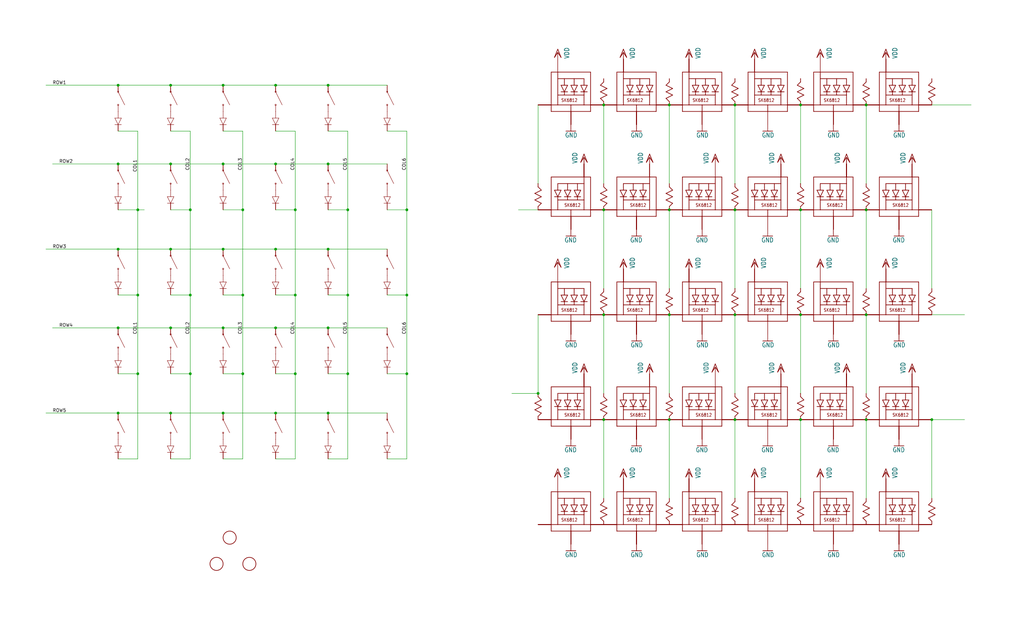
<source format=kicad_sch>
(kicad_sch (version 20230121) (generator eeschema)
  (paper "User" 396.392 240.919)
  (lib_symbols
    (symbol "working-eagle-import:FIDUCIAL")
    (symbol "working-eagle-import:GND" (power)
      (property "Value" "GND" (at -2.54 -2.54 0))
      (symbol "GND_1_0"
        (pin power_in line (at 0 2.54 270) (length 2.54) (name "GND") (number "1"))
      )
    )
    (symbol "working-eagle-import:KAILH_SOCKET_TILE"
      (symbol "KAILH_SOCKET_TILE_1_0"
        (text "SK6812" (at 3.81 -2.54 0) (effects (font (size 1.27 1.0795)) (justify right top)))
        (pin power_in line (at 5.08 12.7 270) (length 5.08) (name "VDD") (number "1-VDD"))
        (pin output line (at 12.7 -5.08 180) (length 5.08) (name "DO") (number "2-DOUT"))
        (pin power_in line (at 0 -12.7 90) (length 5.08) (name "GND") (number "3-GND"))
        (pin input line (at -12.7 -5.08 0) (length 5.08) (name "DI") (number "4-DIN"))
        (pin power_in line (at 5.08 12.7 270) (length 5.08) (name "VDD") (number "C+"))
        (pin power_in line (at 0 -12.7 90) (length 5.08) (name "GND") (number "C-"))
        (pin input line (at -12.7 -5.08 0) (length 5.08) (name "DI") (number "DIN"))
        (pin input line (at -12.7 -5.08 0) (length 5.08) (name "DI") (number "DIN1"))
        (pin input line (at -12.7 5.08 270) (length 0) (name "DI1") (number "DIN_C"))
        (pin input line (at -12.7 5.08 270) (length 0) (name "DI1") (number "DIN_C1"))
        (pin output line (at 12.7 -5.08 180) (length 5.08) (name "DO") (number "DOUT"))
        (pin output line (at 12.7 -5.08 180) (length 5.08) (name "DO") (number "DOUT1"))
        (pin power_in line (at 0 -12.7 90) (length 5.08) (name "GND") (number "GND1"))
        (pin power_in line (at 0 -12.7 90) (length 5.08) (name "GND") (number "GND2"))
        (pin power_in line (at 5.08 12.7 270) (length 5.08) (name "VDD") (number "VDD1"))
        (pin power_in line (at 5.08 12.7 270) (length 5.08) (name "VDD") (number "VDD2"))
      )
      (symbol "KAILH_SOCKET_TILE_2_0"
        (pin bidirectional line (at -5.08 0 0) (length 2.54) (name "SW_A") (number "A"))
        (pin bidirectional line (at -5.08 0 0) (length 2.54) (name "SW_A") (number "A1"))
        (pin bidirectional line (at -5.08 0 0) (length 2.54) (name "SW_A") (number "A2"))
        (pin bidirectional line (at 12.7 0 180) (length 2.54) (name "SW_C") (number "C"))
        (pin bidirectional line (at 12.7 0 180) (length 2.54) (name "SW_C") (number "C1"))
        (pin bidirectional line (at 12.7 0 180) (length 2.54) (name "SW_C") (number "C2"))
        (pin bidirectional line (at 5.08 0 90) (length 0) (name "DA") (number "D+"))
        (pin bidirectional line (at 5.08 0 90) (length 0) (name "DA") (number "DA"))
      )
    )
    (symbol "working-eagle-import:KAILH_SOCKET_TILE_REVERSE"
      (symbol "KAILH_SOCKET_TILE_REVERSE_1_0"
        (text "SK6812" (at 3.81 -2.54 0) (effects (font (size 1.27 1.0795)) (justify right top)))
        (pin power_in line (at 5.08 12.7 270) (length 5.08) (name "VDD") (number "1-VDD"))
        (pin output line (at 12.7 -5.08 180) (length 5.08) (name "DO") (number "2-DOUT"))
        (pin power_in line (at 0 -12.7 90) (length 5.08) (name "GND") (number "3-GND"))
        (pin input line (at -12.7 -5.08 0) (length 5.08) (name "DI") (number "4-DIN"))
        (pin power_in line (at 5.08 12.7 270) (length 5.08) (name "VDD") (number "C+"))
        (pin power_in line (at 0 -12.7 90) (length 5.08) (name "GND") (number "C-"))
        (pin input line (at -12.7 -5.08 0) (length 5.08) (name "DI") (number "DIN"))
        (pin input line (at -12.7 -5.08 0) (length 5.08) (name "DI") (number "DIN1"))
        (pin input line (at -12.7 5.08 270) (length 0) (name "DI1") (number "DIN_C"))
        (pin input line (at -12.7 5.08 270) (length 0) (name "DI1") (number "DIN_C1"))
        (pin output line (at 12.7 -5.08 180) (length 5.08) (name "DO") (number "DOUT"))
        (pin output line (at 12.7 -5.08 180) (length 5.08) (name "DO") (number "DOUT1"))
        (pin power_in line (at 0 -12.7 90) (length 5.08) (name "GND") (number "GND1"))
        (pin power_in line (at 0 -12.7 90) (length 5.08) (name "GND") (number "GND2"))
        (pin power_in line (at 5.08 12.7 270) (length 5.08) (name "VDD") (number "VDD1"))
        (pin power_in line (at 5.08 12.7 270) (length 5.08) (name "VDD") (number "VDD2"))
      )
      (symbol "KAILH_SOCKET_TILE_REVERSE_2_0"
        (pin bidirectional line (at -5.08 0 0) (length 2.54) (name "SW_A") (number "A"))
        (pin bidirectional line (at -5.08 0 0) (length 2.54) (name "SW_A") (number "A1"))
        (pin bidirectional line (at -5.08 0 0) (length 2.54) (name "SW_A") (number "A2"))
        (pin bidirectional line (at 12.7 0 180) (length 2.54) (name "SW_C") (number "C"))
        (pin bidirectional line (at 12.7 0 180) (length 2.54) (name "SW_C") (number "C1"))
        (pin bidirectional line (at 12.7 0 180) (length 2.54) (name "SW_C") (number "C2"))
        (pin bidirectional line (at 5.08 0 90) (length 0) (name "DA") (number "D+"))
        (pin bidirectional line (at 5.08 0 90) (length 0) (name "DA") (number "DA"))
      )
    )
    (symbol "working-eagle-import:VDD" (power)
      (property "Value" "VDD" (at -2.54 -2.54 90))
      (symbol "VDD_1_0"
        (pin power_in line (at 0 -2.54 90) (length 2.54) (name "VDD") (number "1"))
      )
    )
  )
  (junction (at 45.72 160.02))
  (junction (at 134.62 144.78))
  (junction (at 335.28 121.92))
  (junction (at 284.48 40.64))
  (junction (at 157.48 114.3))
  (junction (at 106.68 127))
  (junction (at 66.04 160.02))
  (junction (at 259.08 40.64))
  (junction (at 259.08 81.28))
  (junction (at 93.98 81.28))
  (junction (at 233.68 81.28))
  (junction (at 157.48 144.78))
  (junction (at 309.88 40.64))
  (junction (at 45.72 127))
  (junction (at 66.04 127))
  (junction (at 86.36 96.52))
  (junction (at 127 63.5))
  (junction (at 106.68 96.52))
  (junction (at 127 160.02))
  (junction (at 127 96.52))
  (junction (at 73.66 144.78))
  (junction (at 86.36 63.5))
  (junction (at 93.98 144.78))
  (junction (at 106.68 33.02))
  (junction (at 53.34 81.28))
  (junction (at 86.36 127))
  (junction (at 73.66 81.28))
  (junction (at 284.48 81.28))
  (junction (at 114.3 114.3))
  (junction (at 86.36 33.02))
  (junction (at 66.04 63.5))
  (junction (at 127 127))
  (junction (at 66.04 96.52))
  (junction (at 259.08 162.56))
  (junction (at 114.3 81.28))
  (junction (at 233.68 162.56))
  (junction (at 93.98 114.3))
  (junction (at 309.88 81.28))
  (junction (at 309.88 121.92))
  (junction (at 53.34 114.3))
  (junction (at 157.48 81.28))
  (junction (at 284.48 121.92))
  (junction (at 208.28 152.4))
  (junction (at 106.68 160.02))
  (junction (at 127 33.02))
  (junction (at 73.66 114.3))
  (junction (at 134.62 81.28))
  (junction (at 53.34 144.78))
  (junction (at 309.88 162.56))
  (junction (at 233.68 121.92))
  (junction (at 45.72 33.02))
  (junction (at 106.68 63.5))
  (junction (at 134.62 114.3))
  (junction (at 284.48 162.56))
  (junction (at 114.3 144.78))
  (junction (at 45.72 96.52))
  (junction (at 66.04 33.02))
  (junction (at 360.68 162.56))
  (junction (at 335.28 81.28))
  (junction (at 86.36 160.02))
  (junction (at 335.28 40.64))
  (junction (at 259.08 121.92))
  (junction (at 233.68 40.64))
  (junction (at 45.72 63.5))
  (junction (at 335.28 162.56))
  (wire (pts (xy 233.68 162.56) (xy 233.68 193.04)) (stroke (width 0.1524)))
  (wire (pts (xy 45.72 114.3) (xy 53.34 114.3)) (stroke (width 0.1524)))
  (wire (pts (xy 284.48 81.28) (xy 284.48 111.76)) (stroke (width 0.1524)))
  (wire (pts (xy 127 177.8) (xy 134.62 177.8)) (stroke (width 0.1524)))
  (wire (pts (xy 106.68 63.5) (xy 86.36 63.5)) (stroke (width 0.1524)))
  (wire (pts (xy 66.04 127) (xy 86.36 127)) (stroke (width 0.1524)))
  (wire (pts (xy 127 114.3) (xy 134.62 114.3)) (stroke (width 0.1524)))
  (wire (pts (xy 53.34 81.28) (xy 53.34 114.3)) (stroke (width 0.1524)))
  (wire (pts (xy 114.3 114.3) (xy 114.3 144.78)) (stroke (width 0.1524)))
  (wire (pts (xy 66.04 144.78) (xy 73.66 144.78)) (stroke (width 0.1524)))
  (wire (pts (xy 66.04 114.3) (xy 73.66 114.3)) (stroke (width 0.1524)))
  (wire (pts (xy 106.68 50.8) (xy 114.3 50.8)) (stroke (width 0.1524)))
  (wire (pts (xy 106.68 114.3) (xy 114.3 114.3)) (stroke (width 0.1524)))
  (wire (pts (xy 106.68 127) (xy 86.36 127)) (stroke (width 0.1524)))
  (wire (pts (xy 134.62 114.3) (xy 134.62 144.78)) (stroke (width 0.1524)))
  (wire (pts (xy 66.04 33.02) (xy 86.36 33.02)) (stroke (width 0.1524)))
  (wire (pts (xy 309.88 40.64) (xy 309.88 71.12)) (stroke (width 0.1524)))
  (wire (pts (xy 309.88 121.92) (xy 309.88 152.4)) (stroke (width 0.1524)))
  (wire (pts (xy 93.98 81.28) (xy 93.98 114.3)) (stroke (width 0.1524)))
  (wire (pts (xy 66.04 177.8) (xy 73.66 177.8)) (stroke (width 0.1524)))
  (wire (pts (xy 127 144.78) (xy 134.62 144.78)) (stroke (width 0.1524)))
  (wire (pts (xy 73.66 144.78) (xy 73.66 177.8)) (stroke (width 0.1524)))
  (wire (pts (xy 45.72 33.02) (xy 66.04 33.02)) (stroke (width 0.1524)))
  (wire (pts (xy 335.28 81.28) (xy 335.28 111.76)) (stroke (width 0.1524)))
  (wire (pts (xy 106.68 160.02) (xy 86.36 160.02)) (stroke (width 0.1524)))
  (wire (pts (xy 157.48 144.78) (xy 157.48 177.8)) (stroke (width 0.1524)))
  (wire (pts (xy 66.04 63.5) (xy 86.36 63.5)) (stroke (width 0.1524)))
  (wire (pts (xy 259.08 162.56) (xy 259.08 193.04)) (stroke (width 0.1524)))
  (wire (pts (xy 45.72 96.52) (xy 17.78 96.52)) (stroke (width 0.1524)))
  (wire (pts (xy 106.68 96.52) (xy 86.36 96.52)) (stroke (width 0.1524)))
  (wire (pts (xy 149.86 177.8) (xy 157.48 177.8)) (stroke (width 0.1524)))
  (wire (pts (xy 127 50.8) (xy 134.62 50.8)) (stroke (width 0.1524)))
  (wire (pts (xy 149.86 50.8) (xy 157.48 50.8)) (stroke (width 0.1524)))
  (wire (pts (xy 127 96.52) (xy 149.86 96.52)) (stroke (width 0.1524)))
  (wire (pts (xy 45.72 160.02) (xy 66.04 160.02)) (stroke (width 0.1524)))
  (wire (pts (xy 114.3 50.8) (xy 114.3 81.28)) (stroke (width 0.1524)))
  (wire (pts (xy 106.68 81.28) (xy 114.3 81.28)) (stroke (width 0.1524)))
  (wire (pts (xy 335.28 162.56) (xy 335.28 193.04)) (stroke (width 0.1524)))
  (wire (pts (xy 73.66 50.8) (xy 73.66 81.28)) (stroke (width 0.1524)))
  (wire (pts (xy 106.68 33.02) (xy 86.36 33.02)) (stroke (width 0.1524)))
  (wire (pts (xy 208.28 121.92) (xy 208.28 152.4)) (stroke (width 0.1524)))
  (wire (pts (xy 86.36 114.3) (xy 93.98 114.3)) (stroke (width 0.1524)))
  (wire (pts (xy 259.08 121.92) (xy 259.08 152.4)) (stroke (width 0.1524)))
  (wire (pts (xy 73.66 114.3) (xy 73.66 144.78)) (stroke (width 0.1524)))
  (wire (pts (xy 134.62 81.28) (xy 134.62 114.3)) (stroke (width 0.1524)))
  (wire (pts (xy 284.48 121.92) (xy 284.48 152.4)) (stroke (width 0.1524)))
  (wire (pts (xy 45.72 127) (xy 20.32 127)) (stroke (width 0.1524)))
  (wire (pts (xy 149.86 63.5) (xy 127 63.5)) (stroke (width 0.1524)))
  (wire (pts (xy 127 81.28) (xy 134.62 81.28)) (stroke (width 0.1524)))
  (wire (pts (xy 114.3 81.28) (xy 114.3 114.3)) (stroke (width 0.1524)))
  (wire (pts (xy 93.98 114.3) (xy 93.98 144.78)) (stroke (width 0.1524)))
  (wire (pts (xy 360.68 81.28) (xy 360.68 111.76)) (stroke (width 0.1524)))
  (wire (pts (xy 127 127) (xy 106.68 127)) (stroke (width 0.1524)))
  (wire (pts (xy 149.86 81.28) (xy 157.48 81.28)) (stroke (width 0.1524)))
  (wire (pts (xy 149.86 114.3) (xy 157.48 114.3)) (stroke (width 0.1524)))
  (wire (pts (xy 233.68 121.92) (xy 233.68 152.4)) (stroke (width 0.1524)))
  (wire (pts (xy 66.04 63.5) (xy 45.72 63.5)) (stroke (width 0.1524)))
  (wire (pts (xy 93.98 144.78) (xy 93.98 177.8)) (stroke (width 0.1524)))
  (wire (pts (xy 233.68 111.76) (xy 233.68 81.28)) (stroke (width 0.1524)))
  (wire (pts (xy 259.08 40.64) (xy 259.08 71.12)) (stroke (width 0.1524)))
  (wire (pts (xy 53.34 50.8) (xy 53.34 81.28)) (stroke (width 0.1524)))
  (wire (pts (xy 149.86 127) (xy 127 127)) (stroke (width 0.1524)))
  (wire (pts (xy 335.28 40.64) (xy 335.28 71.12)) (stroke (width 0.1524)))
  (wire (pts (xy 86.36 81.28) (xy 93.98 81.28)) (stroke (width 0.1524)))
  (wire (pts (xy 66.04 160.02) (xy 86.36 160.02)) (stroke (width 0.1524)))
  (wire (pts (xy 114.3 144.78) (xy 114.3 177.8)) (stroke (width 0.1524)))
  (wire (pts (xy 86.36 144.78) (xy 93.98 144.78)) (stroke (width 0.1524)))
  (wire (pts (xy 45.72 63.5) (xy 20.32 63.5)) (stroke (width 0.1524)))
  (wire (pts (xy 149.86 144.78) (xy 157.48 144.78)) (stroke (width 0.1524)))
  (wire (pts (xy 208.28 152.4) (xy 198.12 152.4)) (stroke (width 0.1524)))
  (wire (pts (xy 53.34 144.78) (xy 53.34 177.8)) (stroke (width 0.1524)))
  (wire (pts (xy 106.68 33.02) (xy 127 33.02)) (stroke (width 0.1524)))
  (wire (pts (xy 127 160.02) (xy 149.86 160.02)) (stroke (width 0.1524)))
  (wire (pts (xy 284.48 193.04) (xy 284.48 162.56)) (stroke (width 0.1524)))
  (wire (pts (xy 73.66 114.3) (xy 73.66 81.28)) (stroke (width 0.1524)))
  (wire (pts (xy 360.68 162.56) (xy 373.38 162.56)) (stroke (width 0.1524)))
  (wire (pts (xy 45.72 81.28) (xy 53.34 81.28)) (stroke (width 0.1524)))
  (wire (pts (xy 106.68 144.78) (xy 114.3 144.78)) (stroke (width 0.1524)))
  (wire (pts (xy 45.72 33.02) (xy 17.78 33.02)) (stroke (width 0.1524)))
  (wire (pts (xy 66.04 81.28) (xy 73.66 81.28)) (stroke (width 0.1524)))
  (wire (pts (xy 335.28 121.92) (xy 335.28 152.4)) (stroke (width 0.1524)))
  (wire (pts (xy 45.72 160.02) (xy 17.78 160.02)) (stroke (width 0.1524)))
  (wire (pts (xy 309.88 162.56) (xy 309.88 193.04)) (stroke (width 0.1524)))
  (wire (pts (xy 53.34 114.3) (xy 53.34 144.78)) (stroke (width 0.1524)))
  (wire (pts (xy 106.68 160.02) (xy 127 160.02)) (stroke (width 0.1524)))
  (wire (pts (xy 66.04 96.52) (xy 86.36 96.52)) (stroke (width 0.1524)))
  (wire (pts (xy 134.62 50.8) (xy 134.62 81.28)) (stroke (width 0.1524)))
  (wire (pts (xy 127 33.02) (xy 149.86 33.02)) (stroke (width 0.1524)))
  (wire (pts (xy 45.72 50.8) (xy 53.34 50.8)) (stroke (width 0.1524)))
  (wire (pts (xy 233.68 40.64) (xy 233.68 71.12)) (stroke (width 0.1524)))
  (wire (pts (xy 93.98 50.8) (xy 93.98 81.28)) (stroke (width 0.1524)))
  (wire (pts (xy 157.48 114.3) (xy 157.48 144.78)) (stroke (width 0.1524)))
  (wire (pts (xy 86.36 177.8) (xy 93.98 177.8)) (stroke (width 0.1524)))
  (wire (pts (xy 360.68 40.64) (xy 375.92 40.64)) (stroke (width 0.1524)))
  (wire (pts (xy 360.68 121.92) (xy 373.38 121.92)) (stroke (width 0.1524)))
  (wire (pts (xy 53.34 81.28) (xy 55.88 81.28)) (stroke (width 0.1524)))
  (wire (pts (xy 45.72 144.78) (xy 53.34 144.78)) (stroke (width 0.1524)))
  (wire (pts (xy 86.36 50.8) (xy 93.98 50.8)) (stroke (width 0.1524)))
  (wire (pts (xy 309.88 81.28) (xy 309.88 111.76)) (stroke (width 0.1524)))
  (wire (pts (xy 259.08 81.28) (xy 259.08 111.76)) (stroke (width 0.1524)))
  (wire (pts (xy 208.28 40.64) (xy 208.28 71.12)) (stroke (width 0.1524)))
  (wire (pts (xy 127 96.52) (xy 106.68 96.52)) (stroke (width 0.1524)))
  (wire (pts (xy 284.48 40.64) (xy 284.48 71.12)) (stroke (width 0.1524)))
  (wire (pts (xy 45.72 96.52) (xy 66.04 96.52)) (stroke (width 0.1524)))
  (wire (pts (xy 127 63.5) (xy 106.68 63.5)) (stroke (width 0.1524)))
  (wire (pts (xy 66.04 50.8) (xy 73.66 50.8)) (stroke (width 0.1524)))
  (wire (pts (xy 106.68 177.8) (xy 114.3 177.8)) (stroke (width 0.1524)))
  (wire (pts (xy 360.68 193.04) (xy 360.68 162.56)) (stroke (width 0.1524)))
  (wire (pts (xy 134.62 144.78) (xy 134.62 177.8)) (stroke (width 0.1524)))
  (wire (pts (xy 157.48 81.28) (xy 157.48 114.3)) (stroke (width 0.1524)))
  (wire (pts (xy 45.72 177.8) (xy 53.34 177.8)) (stroke (width 0.1524)))
  (wire (pts (xy 208.28 81.28) (xy 200.66 81.28)) (stroke (width 0.1524)))
  (wire (pts (xy 157.48 50.8) (xy 157.48 81.28)) (stroke (width 0.1524)))
  (wire (pts (xy 66.04 127) (xy 45.72 127)) (stroke (width 0.1524)))
  (label "COL5" (at 134.62 129.54 90) (effects (font (size 1.2446 1.2446))))
  (label "COL3" (at 93.98 129.54 90) (effects (font (size 1.2446 1.2446))))
  (label "COL2" (at 73.66 66.04 90) (effects (font (size 1.2446 1.2446))))
  (label "COL5" (at 134.62 66.04 90) (effects (font (size 1.2446 1.2446))))
  (label "ROW2" (at 22.86 63.5 0) (effects (font (size 1.2446 1.2446))))
  (label "COL2" (at 73.66 129.54 90) (effects (font (size 1.2446 1.2446))))
  (label "COL6" (at 157.48 129.54 90) (effects (font (size 1.2446 1.2446))))
  (label "COL3" (at 93.98 66.04 90) (effects (font (size 1.2446 1.2446))))
  (label "ROW4" (at 22.86 127 0) (effects (font (size 1.2446 1.2446))))
  (label "COL4" (at 114.3 129.54 90) (effects (font (size 1.2446 1.2446))))
  (label "COL6" (at 157.48 66.04 90) (effects (font (size 1.2446 1.2446))))
  (label "ROW5" (at 20.32 160.02 0) (effects (font (size 1.2446 1.2446))))
  (label "COL4" (at 114.3 66.04 90) (effects (font (size 1.2446 1.2446))))
  (label "ROW1" (at 20.32 33.02 0) (effects (font (size 1.2446 1.2446))))
  (label "ROW3" (at 20.32 96.52 0) (effects (font (size 1.2446 1.2446))))
  (label "COL1" (at 53.34 66.675 90) (effects (font (size 1.2446 1.2446))))
  (label "COL1" (at 53.34 129.54 90) (effects (font (size 1.2446 1.2446))))
  (symbol (lib_id "working-eagle-import:KAILH_SOCKET_TILE") (at 347.98 116.84 0) (mirror y) (unit 1)
    (property "Reference" "X18" (effects hide))
    (property "Value" "KAILH_SOCKET_TILE" (effects hide))
    (property "Footprint" "working:KAILH_SOCKET_TILE" (effects hide))
  )
  (symbol (lib_id "working-eagle-import:KAILH_SOCKET_TILE_REVERSE") (at 246.38 76.2 0) (unit 1)
    (property "Reference" "X8" (effects hide))
    (property "Value" "KAILH_SOCKET_TILE_REVERSE" (effects hide))
    (property "Footprint" "working:KAILH_SOCKET_TILE_REV" (effects hide))
  )
  (symbol (lib_id "working-eagle-import:GND") (at 246.38 172.72 0) (unit 1)
    (property "Reference" "#GND20" (effects hide))
    (property "Value" "GND" (at 243.84 175.26 0) (effects (font (size 1.778 1.5113)) (justify left bottom)))
  )
  (symbol (lib_id "working-eagle-import:GND") (at 322.58 172.72 0) (unit 1)
    (property "Reference" "#GND23" (effects hide))
    (property "Value" "GND" (at 320.04 175.26 0) (effects (font (size 1.778 1.5113)) (justify left bottom)))
  )
  (symbol (lib_id "working-eagle-import:KAILH_SOCKET_TILE") (at 297.18 116.84 0) (mirror y) (unit 1)
    (property "Reference" "X16" (effects hide))
    (property "Value" "KAILH_SOCKET_TILE" (effects hide))
    (property "Footprint" "working:KAILH_SOCKET_TILE" (effects hide))
  )
  (symbol (lib_id "working-eagle-import:GND") (at 220.98 213.36 0) (mirror y) (unit 1)
    (property "Reference" "#GND25" (effects hide))
    (property "Value" "GND" (at 223.52 215.9 0) (effects (font (size 1.778 1.5113)) (justify left bottom)))
  )
  (symbol (lib_id "working-eagle-import:KAILH_SOCKET_TILE") (at 127 101.6 270) (unit 2)
    (property "Reference" "X17" (effects hide))
    (property "Value" "KAILH_SOCKET_TILE" (effects hide))
    (property "Footprint" "working:KAILH_SOCKET_TILE" (effects hide))
  )
  (symbol (lib_id "working-eagle-import:KAILH_SOCKET_TILE_REVERSE") (at 106.68 132.08 270) (unit 2)
    (property "Reference" "X22" (effects hide))
    (property "Value" "KAILH_SOCKET_TILE_REVERSE" (effects hide))
    (property "Footprint" "working:KAILH_SOCKET_TILE_REV" (effects hide))
  )
  (symbol (lib_id "working-eagle-import:KAILH_SOCKET_TILE") (at 149.86 38.1 270) (unit 2)
    (property "Reference" "X6" (effects hide))
    (property "Value" "KAILH_SOCKET_TILE" (effects hide))
    (property "Footprint" "working:KAILH_SOCKET_TILE" (effects hide))
  )
  (symbol (lib_id "working-eagle-import:KAILH_SOCKET_TILE") (at 220.98 198.12 0) (mirror y) (unit 1)
    (property "Reference" "X25" (effects hide))
    (property "Value" "KAILH_SOCKET_TILE" (effects hide))
    (property "Footprint" "working:KAILH_SOCKET_TILE" (effects hide))
  )
  (symbol (lib_id "working-eagle-import:KAILH_SOCKET_TILE_REVERSE") (at 297.18 76.2 0) (unit 1)
    (property "Reference" "X10" (effects hide))
    (property "Value" "KAILH_SOCKET_TILE_REVERSE" (effects hide))
    (property "Footprint" "working:KAILH_SOCKET_TILE_REV" (effects hide))
  )
  (symbol (lib_id "working-eagle-import:VDD") (at 276.86 60.96 0) (unit 1)
    (property "Reference" "#VDD9" (effects hide))
    (property "Value" "VDD" (at 274.32 63.5 90) (effects (font (size 1.778 1.5113)) (justify left bottom)))
  )
  (symbol (lib_id "working-eagle-import:KAILH_SOCKET_TILE") (at 246.38 198.12 0) (mirror y) (unit 1)
    (property "Reference" "X26" (effects hide))
    (property "Value" "KAILH_SOCKET_TILE" (effects hide))
    (property "Footprint" "working:KAILH_SOCKET_TILE" (effects hide))
  )
  (symbol (lib_id "working-eagle-import:KAILH_SOCKET_TILE") (at 149.86 165.1 270) (unit 2)
    (property "Reference" "X30" (effects hide))
    (property "Value" "KAILH_SOCKET_TILE" (effects hide))
    (property "Footprint" "working:KAILH_SOCKET_TILE" (effects hide))
  )
  (symbol (lib_id "working-eagle-import:VDD") (at 302.26 142.24 0) (unit 1)
    (property "Reference" "#VDD22" (effects hide))
    (property "Value" "VDD" (at 299.72 144.78 90) (effects (font (size 1.778 1.5113)) (justify left bottom)))
  )
  (symbol (lib_id "working-eagle-import:KAILH_SOCKET_TILE") (at 246.38 35.56 0) (mirror y) (unit 1)
    (property "Reference" "X2" (effects hide))
    (property "Value" "KAILH_SOCKET_TILE" (effects hide))
    (property "Footprint" "working:KAILH_SOCKET_TILE" (effects hide))
  )
  (symbol (lib_id "working-eagle-import:GND") (at 297.18 50.8 0) (mirror y) (unit 1)
    (property "Reference" "#GND4" (effects hide))
    (property "Value" "GND" (at 299.72 53.34 0) (effects (font (size 1.778 1.5113)) (justify left bottom)))
  )
  (symbol (lib_id "working-eagle-import:VDD") (at 327.66 60.96 0) (unit 1)
    (property "Reference" "#VDD11" (effects hide))
    (property "Value" "VDD" (at 325.12 63.5 90) (effects (font (size 1.778 1.5113)) (justify left bottom)))
  )
  (symbol (lib_id "working-eagle-import:GND") (at 271.78 213.36 0) (mirror y) (unit 1)
    (property "Reference" "#GND27" (effects hide))
    (property "Value" "GND" (at 274.32 215.9 0) (effects (font (size 1.778 1.5113)) (justify left bottom)))
  )
  (symbol (lib_id "working-eagle-import:GND") (at 220.98 132.08 0) (mirror y) (unit 1)
    (property "Reference" "#GND13" (effects hide))
    (property "Value" "GND" (at 223.52 134.62 0) (effects (font (size 1.778 1.5113)) (justify left bottom)))
  )
  (symbol (lib_id "working-eagle-import:KAILH_SOCKET_TILE_REVERSE") (at 86.36 132.08 270) (unit 2)
    (property "Reference" "X21" (effects hide))
    (property "Value" "KAILH_SOCKET_TILE_REVERSE" (effects hide))
    (property "Footprint" "working:KAILH_SOCKET_TILE_REV" (effects hide))
  )
  (symbol (lib_id "working-eagle-import:VDD") (at 342.9 101.6 0) (mirror y) (unit 1)
    (property "Reference" "#VDD18" (effects hide))
    (property "Value" "VDD" (at 345.44 104.14 90) (effects (font (size 1.778 1.5113)) (justify left bottom)))
  )
  (symbol (lib_id "working-eagle-import:KAILH_SOCKET_TILE_REVERSE") (at 347.98 157.48 0) (unit 1)
    (property "Reference" "X24" (effects hide))
    (property "Value" "KAILH_SOCKET_TILE_REVERSE" (effects hide))
    (property "Footprint" "working:KAILH_SOCKET_TILE_REV" (effects hide))
  )
  (symbol (lib_id "working-eagle-import:KAILH_SOCKET_TILE_REVERSE") (at 149.86 132.08 270) (unit 2)
    (property "Reference" "X24" (effects hide))
    (property "Value" "KAILH_SOCKET_TILE_REVERSE" (effects hide))
    (property "Footprint" "working:KAILH_SOCKET_TILE_REV" (effects hide))
  )
  (symbol (lib_id "working-eagle-import:GND") (at 246.38 213.36 0) (mirror y) (unit 1)
    (property "Reference" "#GND26" (effects hide))
    (property "Value" "GND" (at 248.92 215.9 0) (effects (font (size 1.778 1.5113)) (justify left bottom)))
  )
  (symbol (lib_id "working-eagle-import:VDD") (at 266.7 101.6 0) (mirror y) (unit 1)
    (property "Reference" "#VDD15" (effects hide))
    (property "Value" "VDD" (at 269.24 104.14 90) (effects (font (size 1.778 1.5113)) (justify left bottom)))
  )
  (symbol (lib_id "working-eagle-import:GND") (at 246.38 50.8 0) (mirror y) (unit 1)
    (property "Reference" "#GND2" (effects hide))
    (property "Value" "GND" (at 248.92 53.34 0) (effects (font (size 1.778 1.5113)) (justify left bottom)))
  )
  (symbol (lib_id "working-eagle-import:GND") (at 220.98 50.8 0) (mirror y) (unit 1)
    (property "Reference" "#GND1" (effects hide))
    (property "Value" "GND" (at 223.52 53.34 0) (effects (font (size 1.778 1.5113)) (justify left bottom)))
  )
  (symbol (lib_id "working-eagle-import:GND") (at 297.18 132.08 0) (mirror y) (unit 1)
    (property "Reference" "#GND16" (effects hide))
    (property "Value" "GND" (at 299.72 134.62 0) (effects (font (size 1.778 1.5113)) (justify left bottom)))
  )
  (symbol (lib_id "working-eagle-import:VDD") (at 251.46 60.96 0) (unit 1)
    (property "Reference" "#VDD8" (effects hide))
    (property "Value" "VDD" (at 248.92 63.5 90) (effects (font (size 1.778 1.5113)) (justify left bottom)))
  )
  (symbol (lib_id "working-eagle-import:GND") (at 220.98 172.72 0) (unit 1)
    (property "Reference" "#GND19" (effects hide))
    (property "Value" "GND" (at 218.44 175.26 0) (effects (font (size 1.778 1.5113)) (justify left bottom)))
  )
  (symbol (lib_id "working-eagle-import:KAILH_SOCKET_TILE") (at 127 165.1 270) (unit 2)
    (property "Reference" "X29" (effects hide))
    (property "Value" "KAILH_SOCKET_TILE" (effects hide))
    (property "Footprint" "working:KAILH_SOCKET_TILE" (effects hide))
  )
  (symbol (lib_id "working-eagle-import:FIDUCIAL") (at 83.82 218.44 0) (unit 1)
    (property "Reference" "U$1" (effects hide))
    (property "Value" "FIDUCIAL" (effects hide))
    (property "Footprint" "working:FIDUCIAL_1MM" (effects hide))
  )
  (symbol (lib_id "working-eagle-import:KAILH_SOCKET_TILE") (at 297.18 198.12 0) (mirror y) (unit 1)
    (property "Reference" "X28" (effects hide))
    (property "Value" "KAILH_SOCKET_TILE" (effects hide))
    (property "Footprint" "working:KAILH_SOCKET_TILE" (effects hide))
  )
  (symbol (lib_id "working-eagle-import:KAILH_SOCKET_TILE_REVERSE") (at 66.04 132.08 270) (unit 2)
    (property "Reference" "X20" (effects hide))
    (property "Value" "KAILH_SOCKET_TILE_REVERSE" (effects hide))
    (property "Footprint" "working:KAILH_SOCKET_TILE_REV" (effects hide))
  )
  (symbol (lib_id "working-eagle-import:VDD") (at 292.1 101.6 0) (mirror y) (unit 1)
    (property "Reference" "#VDD16" (effects hide))
    (property "Value" "VDD" (at 294.64 104.14 90) (effects (font (size 1.778 1.5113)) (justify left bottom)))
  )
  (symbol (lib_id "working-eagle-import:KAILH_SOCKET_TILE") (at 45.72 165.1 270) (unit 2)
    (property "Reference" "X25" (effects hide))
    (property "Value" "KAILH_SOCKET_TILE" (effects hide))
    (property "Footprint" "working:KAILH_SOCKET_TILE" (effects hide))
  )
  (symbol (lib_id "working-eagle-import:FIDUCIAL") (at 96.52 218.44 0) (unit 1)
    (property "Reference" "U$2" (effects hide))
    (property "Value" "FIDUCIAL" (effects hide))
    (property "Footprint" "working:FIDUCIAL_1MM" (effects hide))
  )
  (symbol (lib_id "working-eagle-import:GND") (at 271.78 132.08 0) (mirror y) (unit 1)
    (property "Reference" "#GND15" (effects hide))
    (property "Value" "GND" (at 274.32 134.62 0) (effects (font (size 1.778 1.5113)) (justify left bottom)))
  )
  (symbol (lib_id "working-eagle-import:KAILH_SOCKET_TILE_REVERSE") (at 347.98 76.2 0) (unit 1)
    (property "Reference" "X12" (effects hide))
    (property "Value" "KAILH_SOCKET_TILE_REVERSE" (effects hide))
    (property "Footprint" "working:KAILH_SOCKET_TILE_REV" (effects hide))
  )
  (symbol (lib_id "working-eagle-import:VDD") (at 292.1 20.32 0) (mirror y) (unit 1)
    (property "Reference" "#VDD4" (effects hide))
    (property "Value" "VDD" (at 294.64 22.86 90) (effects (font (size 1.778 1.5113)) (justify left bottom)))
  )
  (symbol (lib_id "working-eagle-import:KAILH_SOCKET_TILE") (at 347.98 198.12 0) (mirror y) (unit 1)
    (property "Reference" "X30" (effects hide))
    (property "Value" "KAILH_SOCKET_TILE" (effects hide))
    (property "Footprint" "working:KAILH_SOCKET_TILE" (effects hide))
  )
  (symbol (lib_id "working-eagle-import:KAILH_SOCKET_TILE") (at 347.98 35.56 0) (mirror y) (unit 1)
    (property "Reference" "X6" (effects hide))
    (property "Value" "KAILH_SOCKET_TILE" (effects hide))
    (property "Footprint" "working:KAILH_SOCKET_TILE" (effects hide))
  )
  (symbol (lib_id "working-eagle-import:GND") (at 347.98 91.44 0) (unit 1)
    (property "Reference" "#GND12" (effects hide))
    (property "Value" "GND" (at 345.44 93.98 0) (effects (font (size 1.778 1.5113)) (justify left bottom)))
  )
  (symbol (lib_id "working-eagle-import:KAILH_SOCKET_TILE") (at 220.98 35.56 0) (mirror y) (unit 1)
    (property "Reference" "X1" (effects hide))
    (property "Value" "KAILH_SOCKET_TILE" (effects hide))
    (property "Footprint" "working:KAILH_SOCKET_TILE" (effects hide))
  )
  (symbol (lib_id "working-eagle-import:VDD") (at 226.06 142.24 0) (unit 1)
    (property "Reference" "#VDD19" (effects hide))
    (property "Value" "VDD" (at 223.52 144.78 90) (effects (font (size 1.778 1.5113)) (justify left bottom)))
  )
  (symbol (lib_id "working-eagle-import:KAILH_SOCKET_TILE") (at 86.36 38.1 270) (unit 2)
    (property "Reference" "X3" (effects hide))
    (property "Value" "KAILH_SOCKET_TILE" (effects hide))
    (property "Footprint" "working:KAILH_SOCKET_TILE" (effects hide))
  )
  (symbol (lib_id "working-eagle-import:KAILH_SOCKET_TILE_REVERSE") (at 149.86 68.58 270) (unit 2)
    (property "Reference" "X12" (effects hide))
    (property "Value" "KAILH_SOCKET_TILE_REVERSE" (effects hide))
    (property "Footprint" "working:KAILH_SOCKET_TILE_REV" (effects hide))
  )
  (symbol (lib_id "working-eagle-import:KAILH_SOCKET_TILE_REVERSE") (at 271.78 157.48 0) (unit 1)
    (property "Reference" "X21" (effects hide))
    (property "Value" "KAILH_SOCKET_TILE_REVERSE" (effects hide))
    (property "Footprint" "working:KAILH_SOCKET_TILE_REV" (effects hide))
  )
  (symbol (lib_id "working-eagle-import:VDD") (at 317.5 182.88 0) (mirror y) (unit 1)
    (property "Reference" "#VDD29" (effects hide))
    (property "Value" "VDD" (at 320.04 185.42 90) (effects (font (size 1.778 1.5113)) (justify left bottom)))
  )
  (symbol (lib_id "working-eagle-import:KAILH_SOCKET_TILE") (at 322.58 35.56 0) (mirror y) (unit 1)
    (property "Reference" "X5" (effects hide))
    (property "Value" "KAILH_SOCKET_TILE" (effects hide))
    (property "Footprint" "working:KAILH_SOCKET_TILE" (effects hide))
  )
  (symbol (lib_id "working-eagle-import:KAILH_SOCKET_TILE") (at 271.78 198.12 0) (mirror y) (unit 1)
    (property "Reference" "X27" (effects hide))
    (property "Value" "KAILH_SOCKET_TILE" (effects hide))
    (property "Footprint" "working:KAILH_SOCKET_TILE" (effects hide))
  )
  (symbol (lib_id "working-eagle-import:KAILH_SOCKET_TILE_REVERSE") (at 220.98 157.48 0) (unit 1)
    (property "Reference" "X19" (effects hide))
    (property "Value" "KAILH_SOCKET_TILE_REVERSE" (effects hide))
    (property "Footprint" "working:KAILH_SOCKET_TILE_REV" (effects hide))
  )
  (symbol (lib_id "working-eagle-import:KAILH_SOCKET_TILE_REVERSE") (at 106.68 68.58 270) (unit 2)
    (property "Reference" "X10" (effects hide))
    (property "Value" "KAILH_SOCKET_TILE_REVERSE" (effects hide))
    (property "Footprint" "working:KAILH_SOCKET_TILE_REV" (effects hide))
  )
  (symbol (lib_id "working-eagle-import:FIDUCIAL") (at 88.9 208.28 0) (unit 1)
    (property "Reference" "U$3" (effects hide))
    (property "Value" "FIDUCIAL" (effects hide))
    (property "Footprint" "working:FIDUCIAL_1MM" (effects hide))
  )
  (symbol (lib_id "working-eagle-import:VDD") (at 276.86 142.24 0) (unit 1)
    (property "Reference" "#VDD21" (effects hide))
    (property "Value" "VDD" (at 274.32 144.78 90) (effects (font (size 1.778 1.5113)) (justify left bottom)))
  )
  (symbol (lib_id "working-eagle-import:KAILH_SOCKET_TILE") (at 106.68 165.1 270) (unit 2)
    (property "Reference" "X28" (effects hide))
    (property "Value" "KAILH_SOCKET_TILE" (effects hide))
    (property "Footprint" "working:KAILH_SOCKET_TILE" (effects hide))
  )
  (symbol (lib_id "working-eagle-import:KAILH_SOCKET_TILE") (at 271.78 116.84 0) (mirror y) (unit 1)
    (property "Reference" "X15" (effects hide))
    (property "Value" "KAILH_SOCKET_TILE" (effects hide))
    (property "Footprint" "working:KAILH_SOCKET_TILE" (effects hide))
  )
  (symbol (lib_id "working-eagle-import:KAILH_SOCKET_TILE_REVERSE") (at 297.18 157.48 0) (unit 1)
    (property "Reference" "X22" (effects hide))
    (property "Value" "KAILH_SOCKET_TILE_REVERSE" (effects hide))
    (property "Footprint" "working:KAILH_SOCKET_TILE_REV" (effects hide))
  )
  (symbol (lib_id "working-eagle-import:KAILH_SOCKET_TILE") (at 149.86 101.6 270) (unit 2)
    (property "Reference" "X18" (effects hide))
    (property "Value" "KAILH_SOCKET_TILE" (effects hide))
    (property "Footprint" "working:KAILH_SOCKET_TILE" (effects hide))
  )
  (symbol (lib_id "working-eagle-import:KAILH_SOCKET_TILE_REVERSE") (at 66.04 68.58 270) (unit 2)
    (property "Reference" "X8" (effects hide))
    (property "Value" "KAILH_SOCKET_TILE_REVERSE" (effects hide))
    (property "Footprint" "working:KAILH_SOCKET_TILE_REV" (effects hide))
  )
  (symbol (lib_id "working-eagle-import:GND") (at 322.58 50.8 0) (mirror y) (unit 1)
    (property "Reference" "#GND5" (effects hide))
    (property "Value" "GND" (at 325.12 53.34 0) (effects (font (size 1.778 1.5113)) (justify left bottom)))
  )
  (symbol (lib_id "working-eagle-import:KAILH_SOCKET_TILE_REVERSE") (at 322.58 76.2 0) (unit 1)
    (property "Reference" "X11" (effects hide))
    (property "Value" "KAILH_SOCKET_TILE_REVERSE" (effects hide))
    (property "Footprint" "working:KAILH_SOCKET_TILE_REV" (effects hide))
  )
  (symbol (lib_id "working-eagle-import:VDD") (at 226.06 60.96 0) (unit 1)
    (property "Reference" "#VDD7" (effects hide))
    (property "Value" "VDD" (at 223.52 63.5 90) (effects (font (size 1.778 1.5113)) (justify left bottom)))
  )
  (symbol (lib_id "working-eagle-import:KAILH_SOCKET_TILE") (at 322.58 198.12 0) (mirror y) (unit 1)
    (property "Reference" "X29" (effects hide))
    (property "Value" "KAILH_SOCKET_TILE" (effects hide))
    (property "Footprint" "working:KAILH_SOCKET_TILE" (effects hide))
  )
  (symbol (lib_id "working-eagle-import:KAILH_SOCKET_TILE") (at 66.04 165.1 270) (unit 2)
    (property "Reference" "X26" (effects hide))
    (property "Value" "KAILH_SOCKET_TILE" (effects hide))
    (property "Footprint" "working:KAILH_SOCKET_TILE" (effects hide))
  )
  (symbol (lib_id "working-eagle-import:VDD") (at 302.26 60.96 0) (unit 1)
    (property "Reference" "#VDD10" (effects hide))
    (property "Value" "VDD" (at 299.72 63.5 90) (effects (font (size 1.778 1.5113)) (justify left bottom)))
  )
  (symbol (lib_id "working-eagle-import:KAILH_SOCKET_TILE_REVERSE") (at 127 68.58 270) (unit 2)
    (property "Reference" "X11" (effects hide))
    (property "Value" "KAILH_SOCKET_TILE_REVERSE" (effects hide))
    (property "Footprint" "working:KAILH_SOCKET_TILE_REV" (effects hide))
  )
  (symbol (lib_id "working-eagle-import:VDD") (at 215.9 182.88 0) (mirror y) (unit 1)
    (property "Reference" "#VDD25" (effects hide))
    (property "Value" "VDD" (at 218.44 185.42 90) (effects (font (size 1.778 1.5113)) (justify left bottom)))
  )
  (symbol (lib_id "working-eagle-import:KAILH_SOCKET_TILE") (at 271.78 35.56 0) (mirror y) (unit 1)
    (property "Reference" "X3" (effects hide))
    (property "Value" "KAILH_SOCKET_TILE" (effects hide))
    (property "Footprint" "working:KAILH_SOCKET_TILE" (effects hide))
  )
  (symbol (lib_id "working-eagle-import:KAILH_SOCKET_TILE") (at 106.68 38.1 270) (unit 2)
    (property "Reference" "X4" (effects hide))
    (property "Value" "KAILH_SOCKET_TILE" (effects hide))
    (property "Footprint" "working:KAILH_SOCKET_TILE" (effects hide))
  )
  (symbol (lib_id "working-eagle-import:GND") (at 322.58 91.44 0) (unit 1)
    (property "Reference" "#GND11" (effects hide))
    (property "Value" "GND" (at 320.04 93.98 0) (effects (font (size 1.778 1.5113)) (justify left bottom)))
  )
  (symbol (lib_id "working-eagle-import:KAILH_SOCKET_TILE") (at 297.18 35.56 0) (mirror y) (unit 1)
    (property "Reference" "X4" (effects hide))
    (property "Value" "KAILH_SOCKET_TILE" (effects hide))
    (property "Footprint" "working:KAILH_SOCKET_TILE" (effects hide))
  )
  (symbol (lib_id "working-eagle-import:VDD") (at 317.5 20.32 0) (mirror y) (unit 1)
    (property "Reference" "#VDD5" (effects hide))
    (property "Value" "VDD" (at 320.04 22.86 90) (effects (font (size 1.778 1.5113)) (justify left bottom)))
  )
  (symbol (lib_id "working-eagle-import:KAILH_SOCKET_TILE") (at 322.58 116.84 0) (mirror y) (unit 1)
    (property "Reference" "X17" (effects hide))
    (property "Value" "KAILH_SOCKET_TILE" (effects hide))
    (property "Footprint" "working:KAILH_SOCKET_TILE" (effects hide))
  )
  (symbol (lib_id "working-eagle-import:VDD") (at 251.46 142.24 0) (unit 1)
    (property "Reference" "#VDD20" (effects hide))
    (property "Value" "VDD" (at 248.92 144.78 90) (effects (font (size 1.778 1.5113)) (justify left bottom)))
  )
  (symbol (lib_id "working-eagle-import:KAILH_SOCKET_TILE") (at 86.36 101.6 270) (unit 2)
    (property "Reference" "X15" (effects hide))
    (property "Value" "KAILH_SOCKET_TILE" (effects hide))
    (property "Footprint" "working:KAILH_SOCKET_TILE" (effects hide))
  )
  (symbol (lib_id "working-eagle-import:GND") (at 297.18 213.36 0) (mirror y) (unit 1)
    (property "Reference" "#GND28" (effects hide))
    (property "Value" "GND" (at 299.72 215.9 0) (effects (font (size 1.778 1.5113)) (justify left bottom)))
  )
  (symbol (lib_id "working-eagle-import:GND") (at 347.98 213.36 0) (mirror y) (unit 1)
    (property "Reference" "#GND30" (effects hide))
    (property "Value" "GND" (at 350.52 215.9 0) (effects (font (size 1.778 1.5113)) (justify left bottom)))
  )
  (symbol (lib_id "working-eagle-import:KAILH_SOCKET_TILE") (at 66.04 38.1 270) (unit 2)
    (property "Reference" "X2" (effects hide))
    (property "Value" "KAILH_SOCKET_TILE" (effects hide))
    (property "Footprint" "working:KAILH_SOCKET_TILE" (effects hide))
  )
  (symbol (lib_id "working-eagle-import:GND") (at 322.58 213.36 0) (mirror y) (unit 1)
    (property "Reference" "#GND29" (effects hide))
    (property "Value" "GND" (at 325.12 215.9 0) (effects (font (size 1.778 1.5113)) (justify left bottom)))
  )
  (symbol (lib_id "working-eagle-import:GND") (at 220.98 91.44 0) (unit 1)
    (property "Reference" "#GND7" (effects hide))
    (property "Value" "GND" (at 218.44 93.98 0) (effects (font (size 1.778 1.5113)) (justify left bottom)))
  )
  (symbol (lib_id "working-eagle-import:VDD") (at 342.9 20.32 0) (mirror y) (unit 1)
    (property "Reference" "#VDD6" (effects hide))
    (property "Value" "VDD" (at 345.44 22.86 90) (effects (font (size 1.778 1.5113)) (justify left bottom)))
  )
  (symbol (lib_id "working-eagle-import:VDD") (at 317.5 101.6 0) (mirror y) (unit 1)
    (property "Reference" "#VDD17" (effects hide))
    (property "Value" "VDD" (at 320.04 104.14 90) (effects (font (size 1.778 1.5113)) (justify left bottom)))
  )
  (symbol (lib_id "working-eagle-import:KAILH_SOCKET_TILE") (at 86.36 165.1 270) (unit 2)
    (property "Reference" "X27" (effects hide))
    (property "Value" "KAILH_SOCKET_TILE" (effects hide))
    (property "Footprint" "working:KAILH_SOCKET_TILE" (effects hide))
  )
  (symbol (lib_id "working-eagle-import:KAILH_SOCKET_TILE") (at 106.68 101.6 270) (unit 2)
    (property "Reference" "X16" (effects hide))
    (property "Value" "KAILH_SOCKET_TILE" (effects hide))
    (property "Footprint" "working:KAILH_SOCKET_TILE" (effects hide))
  )
  (symbol (lib_id "working-eagle-import:KAILH_SOCKET_TILE_REVERSE") (at 45.72 68.58 270) (unit 2)
    (property "Reference" "X7" (effects hide))
    (property "Value" "KAILH_SOCKET_TILE_REVERSE" (effects hide))
    (property "Footprint" "working:KAILH_SOCKET_TILE_REV" (effects hide))
  )
  (symbol (lib_id "working-eagle-import:GND") (at 271.78 91.44 0) (unit 1)
    (property "Reference" "#GND9" (effects hide))
    (property "Value" "GND" (at 269.24 93.98 0) (effects (font (size 1.778 1.5113)) (justify left bottom)))
  )
  (symbol (lib_id "working-eagle-import:GND") (at 347.98 50.8 0) (mirror y) (unit 1)
    (property "Reference" "#GND6" (effects hide))
    (property "Value" "GND" (at 350.52 53.34 0) (effects (font (size 1.778 1.5113)) (justify left bottom)))
  )
  (symbol (lib_id "working-eagle-import:VDD") (at 353.06 60.96 0) (unit 1)
    (property "Reference" "#VDD12" (effects hide))
    (property "Value" "VDD" (at 350.52 63.5 90) (effects (font (size 1.778 1.5113)) (justify left bottom)))
  )
  (symbol (lib_id "working-eagle-import:VDD") (at 353.06 142.24 0) (unit 1)
    (property "Reference" "#VDD24" (effects hide))
    (property "Value" "VDD" (at 350.52 144.78 90) (effects (font (size 1.778 1.5113)) (justify left bottom)))
  )
  (symbol (lib_id "working-eagle-import:VDD") (at 215.9 20.32 0) (mirror y) (unit 1)
    (property "Reference" "#VDD1" (effects hide))
    (property "Value" "VDD" (at 218.44 22.86 90) (effects (font (size 1.778 1.5113)) (justify left bottom)))
  )
  (symbol (lib_id "working-eagle-import:GND") (at 297.18 91.44 0) (unit 1)
    (property "Reference" "#GND10" (effects hide))
    (property "Value" "GND" (at 294.64 93.98 0) (effects (font (size 1.778 1.5113)) (justify left bottom)))
  )
  (symbol (lib_id "working-eagle-import:GND") (at 347.98 172.72 0) (unit 1)
    (property "Reference" "#GND24" (effects hide))
    (property "Value" "GND" (at 345.44 175.26 0) (effects (font (size 1.778 1.5113)) (justify left bottom)))
  )
  (symbol (lib_id "working-eagle-import:VDD") (at 266.7 20.32 0) (mirror y) (unit 1)
    (property "Reference" "#VDD3" (effects hide))
    (property "Value" "VDD" (at 269.24 22.86 90) (effects (font (size 1.778 1.5113)) (justify left bottom)))
  )
  (symbol (lib_id "working-eagle-import:KAILH_SOCKET_TILE") (at 45.72 38.1 270) (unit 2)
    (property "Reference" "X1" (effects hide))
    (property "Value" "KAILH_SOCKET_TILE" (effects hide))
    (property "Footprint" "working:KAILH_SOCKET_TILE" (effects hide))
  )
  (symbol (lib_id "working-eagle-import:GND") (at 246.38 91.44 0) (unit 1)
    (property "Reference" "#GND8" (effects hide))
    (property "Value" "GND" (at 243.84 93.98 0) (effects (font (size 1.778 1.5113)) (justify left bottom)))
  )
  (symbol (lib_id "working-eagle-import:VDD") (at 266.7 182.88 0) (mirror y) (unit 1)
    (property "Reference" "#VDD27" (effects hide))
    (property "Value" "VDD" (at 269.24 185.42 90) (effects (font (size 1.778 1.5113)) (justify left bottom)))
  )
  (symbol (lib_id "working-eagle-import:KAILH_SOCKET_TILE_REVERSE") (at 322.58 157.48 0) (unit 1)
    (property "Reference" "X23" (effects hide))
    (property "Value" "KAILH_SOCKET_TILE_REVERSE" (effects hide))
    (property "Footprint" "working:KAILH_SOCKET_TILE_REV" (effects hide))
  )
  (symbol (lib_id "working-eagle-import:KAILH_SOCKET_TILE_REVERSE") (at 127 132.08 270) (unit 2)
    (property "Reference" "X23" (effects hide))
    (property "Value" "KAILH_SOCKET_TILE_REVERSE" (effects hide))
    (property "Footprint" "working:KAILH_SOCKET_TILE_REV" (effects hide))
  )
  (symbol (lib_id "working-eagle-import:VDD") (at 241.3 101.6 0) (mirror y) (unit 1)
    (property "Reference" "#VDD14" (effects hide))
    (property "Value" "VDD" (at 243.84 104.14 90) (effects (font (size 1.778 1.5113)) (justify left bottom)))
  )
  (symbol (lib_id "working-eagle-import:GND") (at 297.18 172.72 0) (unit 1)
    (property "Reference" "#GND22" (effects hide))
    (property "Value" "GND" (at 294.64 175.26 0) (effects (font (size 1.778 1.5113)) (justify left bottom)))
  )
  (symbol (lib_id "working-eagle-import:VDD") (at 327.66 142.24 0) (unit 1)
    (property "Reference" "#VDD23" (effects hide))
    (property "Value" "VDD" (at 325.12 144.78 90) (effects (font (size 1.778 1.5113)) (justify left bottom)))
  )
  (symbol (lib_id "working-eagle-import:GND") (at 246.38 132.08 0) (mirror y) (unit 1)
    (property "Reference" "#GND14" (effects hide))
    (property "Value" "GND" (at 248.92 134.62 0) (effects (font (size 1.778 1.5113)) (justify left bottom)))
  )
  (symbol (lib_id "working-eagle-import:VDD") (at 215.9 101.6 0) (mirror y) (unit 1)
    (property "Reference" "#VDD13" (effects hide))
    (property "Value" "VDD" (at 218.44 104.14 90) (effects (font (size 1.778 1.5113)) (justify left bottom)))
  )
  (symbol (lib_id "working-eagle-import:KAILH_SOCKET_TILE_REVERSE") (at 220.98 76.2 0) (unit 1)
    (property "Reference" "X7" (effects hide))
    (property "Value" "KAILH_SOCKET_TILE_REVERSE" (effects hide))
    (property "Footprint" "working:KAILH_SOCKET_TILE_REV" (effects hide))
  )
  (symbol (lib_id "working-eagle-import:KAILH_SOCKET_TILE") (at 220.98 116.84 0) (mirror y) (unit 1)
    (property "Reference" "X13" (effects hide))
    (property "Value" "KAILH_SOCKET_TILE" (effects hide))
    (property "Footprint" "working:KAILH_SOCKET_TILE" (effects hide))
  )
  (symbol (lib_id "working-eagle-import:VDD") (at 292.1 182.88 0) (mirror y) (unit 1)
    (property "Reference" "#VDD28" (effects hide))
    (property "Value" "VDD" (at 294.64 185.42 90) (effects (font (size 1.778 1.5113)) (justify left bottom)))
  )
  (symbol (lib_id "working-eagle-import:GND") (at 347.98 132.08 0) (mirror y) (unit 1)
    (property "Reference" "#GND18" (effects hide))
    (property "Value" "GND" (at 350.52 134.62 0) (effects (font (size 1.778 1.5113)) (justify left bottom)))
  )
  (symbol (lib_id "working-eagle-import:KAILH_SOCKET_TILE_REVERSE") (at 45.72 132.08 270) (unit 2)
    (property "Reference" "X19" (effects hide))
    (property "Value" "KAILH_SOCKET_TILE_REVERSE" (effects hide))
    (property "Footprint" "working:KAILH_SOCKET_TILE_REV" (effects hide))
  )
  (symbol (lib_id "working-eagle-import:KAILH_SOCKET_TILE") (at 45.72 101.6 270) (unit 2)
    (property "Reference" "X13" (effects hide))
    (property "Value" "KAILH_SOCKET_TILE" (effects hide))
    (property "Footprint" "working:KAILH_SOCKET_TILE" (effects hide))
  )
  (symbol (lib_id "working-eagle-import:VDD") (at 241.3 20.32 0) (mirror y) (unit 1)
    (property "Reference" "#VDD2" (effects hide))
    (property "Value" "VDD" (at 243.84 22.86 90) (effects (font (size 1.778 1.5113)) (justify left bottom)))
  )
  (symbol (lib_id "working-eagle-import:KAILH_SOCKET_TILE") (at 66.04 101.6 270) (unit 2)
    (property "Reference" "X14" (effects hide))
    (property "Value" "KAILH_SOCKET_TILE" (effects hide))
    (property "Footprint" "working:KAILH_SOCKET_TILE" (effects hide))
  )
  (symbol (lib_id "working-eagle-import:KAILH_SOCKET_TILE") (at 127 38.1 270) (unit 2)
    (property "Reference" "X5" (effects hide))
    (property "Value" "KAILH_SOCKET_TILE" (effects hide))
    (property "Footprint" "working:KAILH_SOCKET_TILE" (effects hide))
  )
  (symbol (lib_id "working-eagle-import:KAILH_SOCKET_TILE_REVERSE") (at 86.36 68.58 270) (unit 2)
    (property "Reference" "X9" (effects hide))
    (property "Value" "KAILH_SOCKET_TILE_REVERSE" (effects hide))
    (property "Footprint" "working:KAILH_SOCKET_TILE_REV" (effects hide))
  )
  (symbol (lib_id "working-eagle-import:VDD") (at 241.3 182.88 0) (mirror y) (unit 1)
    (property "Reference" "#VDD26" (effects hide))
    (property "Value" "VDD" (at 243.84 185.42 90) (effects (font (size 1.778 1.5113)) (justify left bottom)))
  )
  (symbol (lib_id "working-eagle-import:KAILH_SOCKET_TILE_REVERSE") (at 271.78 76.2 0) (unit 1)
    (property "Reference" "X9" (effects hide))
    (property "Value" "KAILH_SOCKET_TILE_REVERSE" (effects hide))
    (property "Footprint" "working:KAILH_SOCKET_TILE_REV" (effects hide))
  )
  (symbol (lib_id "working-eagle-import:VDD") (at 342.9 182.88 0) (mirror y) (unit 1)
    (property "Reference" "#VDD30" (effects hide))
    (property "Value" "VDD" (at 345.44 185.42 90) (effects (font (size 1.778 1.5113)) (justify left bottom)))
  )
  (symbol (lib_id "working-eagle-import:KAILH_SOCKET_TILE_REVERSE") (at 246.38 157.48 0) (unit 1)
    (property "Reference" "X20" (effects hide))
    (property "Value" "KAILH_SOCKET_TILE_REVERSE" (effects hide))
    (property "Footprint" "working:KAILH_SOCKET_TILE_REV" (effects hide))
  )
  (symbol (lib_id "working-eagle-import:GND") (at 271.78 172.72 0) (unit 1)
    (property "Reference" "#GND21" (effects hide))
    (property "Value" "GND" (at 269.24 175.26 0) (effects (font (size 1.778 1.5113)) (justify left bottom)))
  )
  (symbol (lib_id "working-eagle-import:GND") (at 271.78 50.8 0) (mirror y) (unit 1)
    (property "Reference" "#GND3" (effects hide))
    (property "Value" "GND" (at 274.32 53.34 0) (effects (font (size 1.778 1.5113)) (justify left bottom)))
  )
  (symbol (lib_id "working-eagle-import:KAILH_SOCKET_TILE") (at 246.38 116.84 0) (mirror y) (unit 1)
    (property "Reference" "X14" (effects hide))
    (property "Value" "KAILH_SOCKET_TILE" (effects hide))
    (property "Footprint" "working:KAILH_SOCKET_TILE" (effects hide))
  )
  (symbol (lib_id "working-eagle-import:GND") (at 322.58 132.08 0) (mirror y) (unit 1)
    (property "Reference" "#GND17" (effects hide))
    (property "Value" "GND" (at 325.12 134.62 0) (effects (font (size 1.778 1.5113)) (justify left bottom)))
  )
)
</source>
